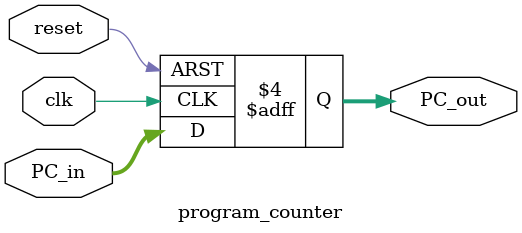
<source format=v>
`timescale 1ns / 1ps
module program_counter(
input clk,reset,
input [31:0] PC_in,
output reg [31:0] PC_out
    );
    always @(posedge clk , negedge reset)
    begin
    if(!reset)
    PC_out <= 32'h0;
    else
    PC_out <= PC_in;
    end
    initial
    begin
     //$display("........................................");
     $display("..................Program_Counter is executed.............................");
     
    // $monitor("@time=%0t,clk = %0h,reset=%0h,PC_in=%0h,PC_out=%0h",$time,clk,reset,PC_in,PC_out,);
    end
endmodule

</source>
